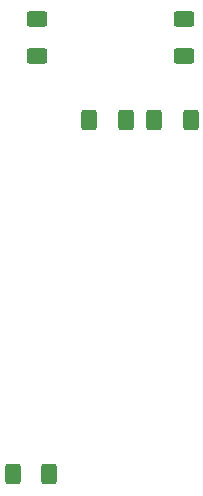
<source format=gbr>
%TF.GenerationSoftware,KiCad,Pcbnew,7.0.1*%
%TF.CreationDate,2024-01-31T00:22:47-07:00*%
%TF.ProjectId,Portal Gun PiHAT,506f7274-616c-4204-9775-6e2050694841,rev?*%
%TF.SameCoordinates,Original*%
%TF.FileFunction,Paste,Top*%
%TF.FilePolarity,Positive*%
%FSLAX46Y46*%
G04 Gerber Fmt 4.6, Leading zero omitted, Abs format (unit mm)*
G04 Created by KiCad (PCBNEW 7.0.1) date 2024-01-31 00:22:47*
%MOMM*%
%LPD*%
G01*
G04 APERTURE LIST*
G04 Aperture macros list*
%AMRoundRect*
0 Rectangle with rounded corners*
0 $1 Rounding radius*
0 $2 $3 $4 $5 $6 $7 $8 $9 X,Y pos of 4 corners*
0 Add a 4 corners polygon primitive as box body*
4,1,4,$2,$3,$4,$5,$6,$7,$8,$9,$2,$3,0*
0 Add four circle primitives for the rounded corners*
1,1,$1+$1,$2,$3*
1,1,$1+$1,$4,$5*
1,1,$1+$1,$6,$7*
1,1,$1+$1,$8,$9*
0 Add four rect primitives between the rounded corners*
20,1,$1+$1,$2,$3,$4,$5,0*
20,1,$1+$1,$4,$5,$6,$7,0*
20,1,$1+$1,$6,$7,$8,$9,0*
20,1,$1+$1,$8,$9,$2,$3,0*%
G04 Aperture macros list end*
%ADD10RoundRect,0.250000X0.625000X-0.400000X0.625000X0.400000X-0.625000X0.400000X-0.625000X-0.400000X0*%
%ADD11RoundRect,0.250000X-0.400000X-0.625000X0.400000X-0.625000X0.400000X0.625000X-0.400000X0.625000X0*%
%ADD12RoundRect,0.250000X0.400000X0.625000X-0.400000X0.625000X-0.400000X-0.625000X0.400000X-0.625000X0*%
G04 APERTURE END LIST*
D10*
%TO.C,R1*%
X123500000Y-55100000D03*
X123500000Y-52000000D03*
%TD*%
D11*
%TO.C,R5*%
X115450000Y-60500000D03*
X118550000Y-60500000D03*
%TD*%
D12*
%TO.C,R3*%
X112050000Y-90500000D03*
X108950000Y-90500000D03*
%TD*%
D11*
%TO.C,R4*%
X120950000Y-60500000D03*
X124050000Y-60500000D03*
%TD*%
D10*
%TO.C,R2*%
X111000000Y-55100000D03*
X111000000Y-52000000D03*
%TD*%
M02*

</source>
